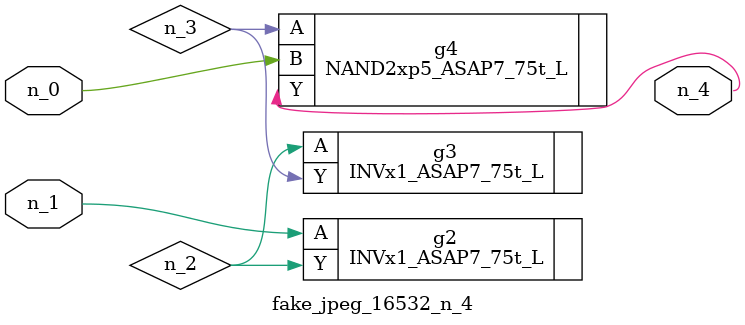
<source format=v>
module fake_jpeg_16532_n_4 (n_0, n_1, n_4);

input n_0;
input n_1;

output n_4;

wire n_3;
wire n_2;

INVx1_ASAP7_75t_L g2 ( 
.A(n_1),
.Y(n_2)
);

INVx1_ASAP7_75t_L g3 ( 
.A(n_2),
.Y(n_3)
);

NAND2xp5_ASAP7_75t_L g4 ( 
.A(n_3),
.B(n_0),
.Y(n_4)
);


endmodule
</source>
